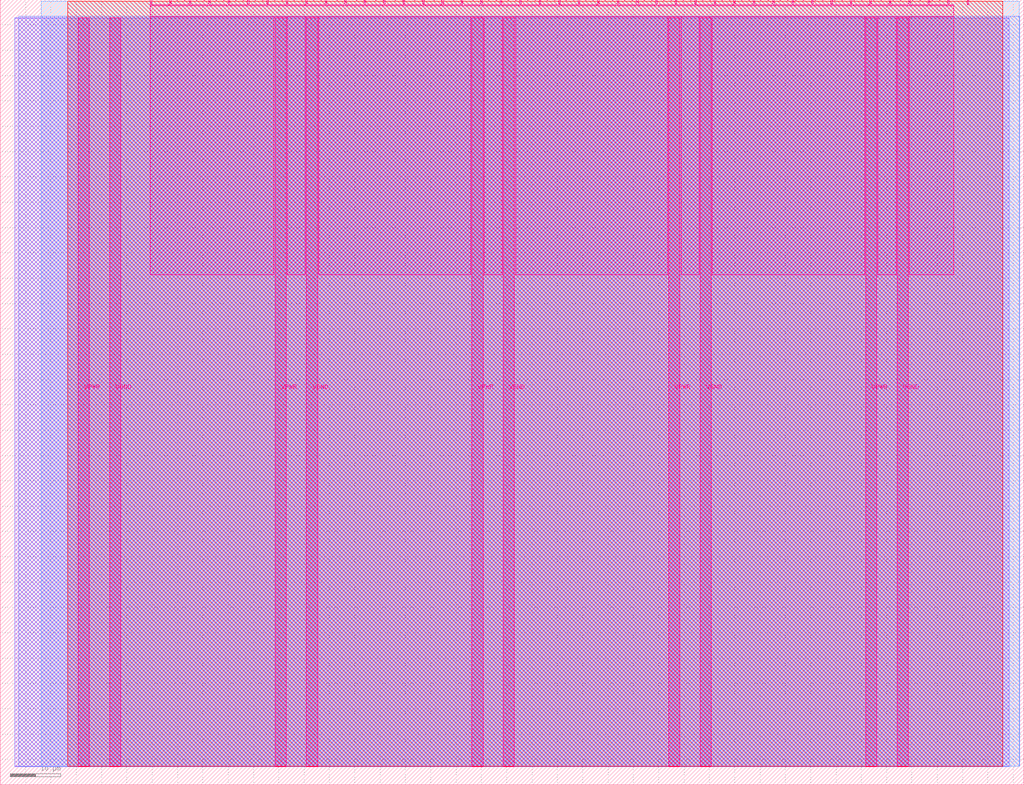
<source format=lef>
VERSION 5.7 ;
  NOWIREEXTENSIONATPIN ON ;
  DIVIDERCHAR "/" ;
  BUSBITCHARS "[]" ;
MACRO tt_um_dff_mem
  CLASS BLOCK ;
  FOREIGN tt_um_dff_mem ;
  ORIGIN 0.000 0.000 ;
  SIZE 202.080 BY 154.980 ;
  PIN VGND
    DIRECTION INOUT ;
    USE GROUND ;
    PORT
      LAYER Metal5 ;
        RECT 21.580 3.560 23.780 151.420 ;
    END
    PORT
      LAYER Metal5 ;
        RECT 60.450 3.560 62.650 151.420 ;
    END
    PORT
      LAYER Metal5 ;
        RECT 99.320 3.560 101.520 151.420 ;
    END
    PORT
      LAYER Metal5 ;
        RECT 138.190 3.560 140.390 151.420 ;
    END
    PORT
      LAYER Metal5 ;
        RECT 177.060 3.560 179.260 151.420 ;
    END
  END VGND
  PIN VPWR
    DIRECTION INOUT ;
    USE POWER ;
    PORT
      LAYER Metal5 ;
        RECT 15.380 3.560 17.580 151.420 ;
    END
    PORT
      LAYER Metal5 ;
        RECT 54.250 3.560 56.450 151.420 ;
    END
    PORT
      LAYER Metal5 ;
        RECT 93.120 3.560 95.320 151.420 ;
    END
    PORT
      LAYER Metal5 ;
        RECT 131.990 3.560 134.190 151.420 ;
    END
    PORT
      LAYER Metal5 ;
        RECT 170.860 3.560 173.060 151.420 ;
    END
  END VPWR
  PIN clk
    DIRECTION INPUT ;
    USE SIGNAL ;
    ANTENNAGATEAREA 0.213200 ;
    PORT
      LAYER Metal5 ;
        RECT 187.050 153.980 187.350 154.980 ;
    END
  END clk
  PIN ena
    DIRECTION INPUT ;
    USE SIGNAL ;
    PORT
      LAYER Metal5 ;
        RECT 190.890 153.980 191.190 154.980 ;
    END
  END ena
  PIN rst_n
    DIRECTION INPUT ;
    USE SIGNAL ;
    ANTENNAGATEAREA 0.639600 ;
    PORT
      LAYER Metal5 ;
        RECT 183.210 153.980 183.510 154.980 ;
    END
  END rst_n
  PIN ui_in[0]
    DIRECTION INPUT ;
    USE SIGNAL ;
    ANTENNAGATEAREA 0.213200 ;
    PORT
      LAYER Metal5 ;
        RECT 179.370 153.980 179.670 154.980 ;
    END
  END ui_in[0]
  PIN ui_in[1]
    DIRECTION INPUT ;
    USE SIGNAL ;
    ANTENNAGATEAREA 0.213200 ;
    PORT
      LAYER Metal5 ;
        RECT 175.530 153.980 175.830 154.980 ;
    END
  END ui_in[1]
  PIN ui_in[2]
    DIRECTION INPUT ;
    USE SIGNAL ;
    ANTENNAGATEAREA 0.180700 ;
    PORT
      LAYER Metal5 ;
        RECT 171.690 153.980 171.990 154.980 ;
    END
  END ui_in[2]
  PIN ui_in[3]
    DIRECTION INPUT ;
    USE SIGNAL ;
    ANTENNAGATEAREA 0.213200 ;
    PORT
      LAYER Metal5 ;
        RECT 167.850 153.980 168.150 154.980 ;
    END
  END ui_in[3]
  PIN ui_in[4]
    DIRECTION INPUT ;
    USE SIGNAL ;
    PORT
      LAYER Metal5 ;
        RECT 164.010 153.980 164.310 154.980 ;
    END
  END ui_in[4]
  PIN ui_in[5]
    DIRECTION INPUT ;
    USE SIGNAL ;
    PORT
      LAYER Metal5 ;
        RECT 160.170 153.980 160.470 154.980 ;
    END
  END ui_in[5]
  PIN ui_in[6]
    DIRECTION INPUT ;
    USE SIGNAL ;
    ANTENNAGATEAREA 1.445600 ;
    PORT
      LAYER Metal5 ;
        RECT 156.330 153.980 156.630 154.980 ;
    END
  END ui_in[6]
  PIN ui_in[7]
    DIRECTION INPUT ;
    USE SIGNAL ;
    ANTENNAGATEAREA 0.180700 ;
    PORT
      LAYER Metal5 ;
        RECT 152.490 153.980 152.790 154.980 ;
    END
  END ui_in[7]
  PIN uio_in[0]
    DIRECTION INPUT ;
    USE SIGNAL ;
    ANTENNAGATEAREA 0.180700 ;
    PORT
      LAYER Metal5 ;
        RECT 148.650 153.980 148.950 154.980 ;
    END
  END uio_in[0]
  PIN uio_in[1]
    DIRECTION INPUT ;
    USE SIGNAL ;
    ANTENNAGATEAREA 0.180700 ;
    PORT
      LAYER Metal5 ;
        RECT 144.810 153.980 145.110 154.980 ;
    END
  END uio_in[1]
  PIN uio_in[2]
    DIRECTION INPUT ;
    USE SIGNAL ;
    ANTENNAGATEAREA 0.213200 ;
    PORT
      LAYER Metal5 ;
        RECT 140.970 153.980 141.270 154.980 ;
    END
  END uio_in[2]
  PIN uio_in[3]
    DIRECTION INPUT ;
    USE SIGNAL ;
    ANTENNAGATEAREA 0.213200 ;
    PORT
      LAYER Metal5 ;
        RECT 137.130 153.980 137.430 154.980 ;
    END
  END uio_in[3]
  PIN uio_in[4]
    DIRECTION INPUT ;
    USE SIGNAL ;
    ANTENNAGATEAREA 0.180700 ;
    PORT
      LAYER Metal5 ;
        RECT 133.290 153.980 133.590 154.980 ;
    END
  END uio_in[4]
  PIN uio_in[5]
    DIRECTION INPUT ;
    USE SIGNAL ;
    ANTENNAGATEAREA 0.180700 ;
    PORT
      LAYER Metal5 ;
        RECT 129.450 153.980 129.750 154.980 ;
    END
  END uio_in[5]
  PIN uio_in[6]
    DIRECTION INPUT ;
    USE SIGNAL ;
    ANTENNAGATEAREA 0.180700 ;
    PORT
      LAYER Metal5 ;
        RECT 125.610 153.980 125.910 154.980 ;
    END
  END uio_in[6]
  PIN uio_in[7]
    DIRECTION INPUT ;
    USE SIGNAL ;
    ANTENNAGATEAREA 0.180700 ;
    PORT
      LAYER Metal5 ;
        RECT 121.770 153.980 122.070 154.980 ;
    END
  END uio_in[7]
  PIN uio_oe[0]
    DIRECTION OUTPUT ;
    USE SIGNAL ;
    ANTENNADIFFAREA 0.299200 ;
    PORT
      LAYER Metal5 ;
        RECT 56.490 153.980 56.790 154.980 ;
    END
  END uio_oe[0]
  PIN uio_oe[1]
    DIRECTION OUTPUT ;
    USE SIGNAL ;
    ANTENNADIFFAREA 0.299200 ;
    PORT
      LAYER Metal5 ;
        RECT 52.650 153.980 52.950 154.980 ;
    END
  END uio_oe[1]
  PIN uio_oe[2]
    DIRECTION OUTPUT ;
    USE SIGNAL ;
    ANTENNADIFFAREA 0.299200 ;
    PORT
      LAYER Metal5 ;
        RECT 48.810 153.980 49.110 154.980 ;
    END
  END uio_oe[2]
  PIN uio_oe[3]
    DIRECTION OUTPUT ;
    USE SIGNAL ;
    ANTENNADIFFAREA 0.299200 ;
    PORT
      LAYER Metal5 ;
        RECT 44.970 153.980 45.270 154.980 ;
    END
  END uio_oe[3]
  PIN uio_oe[4]
    DIRECTION OUTPUT ;
    USE SIGNAL ;
    ANTENNADIFFAREA 0.299200 ;
    PORT
      LAYER Metal5 ;
        RECT 41.130 153.980 41.430 154.980 ;
    END
  END uio_oe[4]
  PIN uio_oe[5]
    DIRECTION OUTPUT ;
    USE SIGNAL ;
    ANTENNADIFFAREA 0.299200 ;
    PORT
      LAYER Metal5 ;
        RECT 37.290 153.980 37.590 154.980 ;
    END
  END uio_oe[5]
  PIN uio_oe[6]
    DIRECTION OUTPUT ;
    USE SIGNAL ;
    ANTENNADIFFAREA 0.299200 ;
    PORT
      LAYER Metal5 ;
        RECT 33.450 153.980 33.750 154.980 ;
    END
  END uio_oe[6]
  PIN uio_oe[7]
    DIRECTION OUTPUT ;
    USE SIGNAL ;
    ANTENNADIFFAREA 0.299200 ;
    PORT
      LAYER Metal5 ;
        RECT 29.610 153.980 29.910 154.980 ;
    END
  END uio_oe[7]
  PIN uio_out[0]
    DIRECTION OUTPUT ;
    USE SIGNAL ;
    ANTENNADIFFAREA 0.299200 ;
    PORT
      LAYER Metal5 ;
        RECT 87.210 153.980 87.510 154.980 ;
    END
  END uio_out[0]
  PIN uio_out[1]
    DIRECTION OUTPUT ;
    USE SIGNAL ;
    ANTENNADIFFAREA 0.299200 ;
    PORT
      LAYER Metal5 ;
        RECT 83.370 153.980 83.670 154.980 ;
    END
  END uio_out[1]
  PIN uio_out[2]
    DIRECTION OUTPUT ;
    USE SIGNAL ;
    ANTENNADIFFAREA 0.299200 ;
    PORT
      LAYER Metal5 ;
        RECT 79.530 153.980 79.830 154.980 ;
    END
  END uio_out[2]
  PIN uio_out[3]
    DIRECTION OUTPUT ;
    USE SIGNAL ;
    ANTENNADIFFAREA 0.299200 ;
    PORT
      LAYER Metal5 ;
        RECT 75.690 153.980 75.990 154.980 ;
    END
  END uio_out[3]
  PIN uio_out[4]
    DIRECTION OUTPUT ;
    USE SIGNAL ;
    ANTENNADIFFAREA 0.299200 ;
    PORT
      LAYER Metal5 ;
        RECT 71.850 153.980 72.150 154.980 ;
    END
  END uio_out[4]
  PIN uio_out[5]
    DIRECTION OUTPUT ;
    USE SIGNAL ;
    ANTENNADIFFAREA 0.299200 ;
    PORT
      LAYER Metal5 ;
        RECT 68.010 153.980 68.310 154.980 ;
    END
  END uio_out[5]
  PIN uio_out[6]
    DIRECTION OUTPUT ;
    USE SIGNAL ;
    ANTENNADIFFAREA 0.299200 ;
    PORT
      LAYER Metal5 ;
        RECT 64.170 153.980 64.470 154.980 ;
    END
  END uio_out[6]
  PIN uio_out[7]
    DIRECTION OUTPUT ;
    USE SIGNAL ;
    ANTENNADIFFAREA 0.299200 ;
    PORT
      LAYER Metal5 ;
        RECT 60.330 153.980 60.630 154.980 ;
    END
  END uio_out[7]
  PIN uo_out[0]
    DIRECTION OUTPUT ;
    USE SIGNAL ;
    ANTENNADIFFAREA 0.706800 ;
    PORT
      LAYER Metal5 ;
        RECT 117.930 153.980 118.230 154.980 ;
    END
  END uo_out[0]
  PIN uo_out[1]
    DIRECTION OUTPUT ;
    USE SIGNAL ;
    ANTENNADIFFAREA 1.432200 ;
    PORT
      LAYER Metal5 ;
        RECT 114.090 153.980 114.390 154.980 ;
    END
  END uo_out[1]
  PIN uo_out[2]
    DIRECTION OUTPUT ;
    USE SIGNAL ;
    ANTENNADIFFAREA 1.432200 ;
    PORT
      LAYER Metal5 ;
        RECT 110.250 153.980 110.550 154.980 ;
    END
  END uo_out[2]
  PIN uo_out[3]
    DIRECTION OUTPUT ;
    USE SIGNAL ;
    ANTENNADIFFAREA 0.706800 ;
    PORT
      LAYER Metal5 ;
        RECT 106.410 153.980 106.710 154.980 ;
    END
  END uo_out[3]
  PIN uo_out[4]
    DIRECTION OUTPUT ;
    USE SIGNAL ;
    ANTENNADIFFAREA 0.706800 ;
    PORT
      LAYER Metal5 ;
        RECT 102.570 153.980 102.870 154.980 ;
    END
  END uo_out[4]
  PIN uo_out[5]
    DIRECTION OUTPUT ;
    USE SIGNAL ;
    ANTENNADIFFAREA 0.706800 ;
    PORT
      LAYER Metal5 ;
        RECT 98.730 153.980 99.030 154.980 ;
    END
  END uo_out[5]
  PIN uo_out[6]
    DIRECTION OUTPUT ;
    USE SIGNAL ;
    ANTENNADIFFAREA 0.706800 ;
    PORT
      LAYER Metal5 ;
        RECT 94.890 153.980 95.190 154.980 ;
    END
  END uo_out[6]
  PIN uo_out[7]
    DIRECTION OUTPUT ;
    USE SIGNAL ;
    ANTENNADIFFAREA 0.706800 ;
    PORT
      LAYER Metal5 ;
        RECT 91.050 153.980 91.350 154.980 ;
    END
  END uo_out[7]
  OBS
      LAYER GatPoly ;
        RECT 2.880 3.630 199.200 151.350 ;
      LAYER Metal1 ;
        RECT 2.880 3.560 199.200 151.420 ;
      LAYER Metal2 ;
        RECT 3.695 3.680 201.265 151.720 ;
      LAYER Metal3 ;
        RECT 8.060 3.635 201.220 154.705 ;
      LAYER Metal4 ;
        RECT 13.295 3.680 197.905 154.660 ;
      LAYER Metal5 ;
        RECT 30.120 153.770 33.240 153.980 ;
        RECT 33.960 153.770 37.080 153.980 ;
        RECT 37.800 153.770 40.920 153.980 ;
        RECT 41.640 153.770 44.760 153.980 ;
        RECT 45.480 153.770 48.600 153.980 ;
        RECT 49.320 153.770 52.440 153.980 ;
        RECT 53.160 153.770 56.280 153.980 ;
        RECT 57.000 153.770 60.120 153.980 ;
        RECT 60.840 153.770 63.960 153.980 ;
        RECT 64.680 153.770 67.800 153.980 ;
        RECT 68.520 153.770 71.640 153.980 ;
        RECT 72.360 153.770 75.480 153.980 ;
        RECT 76.200 153.770 79.320 153.980 ;
        RECT 80.040 153.770 83.160 153.980 ;
        RECT 83.880 153.770 87.000 153.980 ;
        RECT 87.720 153.770 90.840 153.980 ;
        RECT 91.560 153.770 94.680 153.980 ;
        RECT 95.400 153.770 98.520 153.980 ;
        RECT 99.240 153.770 102.360 153.980 ;
        RECT 103.080 153.770 106.200 153.980 ;
        RECT 106.920 153.770 110.040 153.980 ;
        RECT 110.760 153.770 113.880 153.980 ;
        RECT 114.600 153.770 117.720 153.980 ;
        RECT 118.440 153.770 121.560 153.980 ;
        RECT 122.280 153.770 125.400 153.980 ;
        RECT 126.120 153.770 129.240 153.980 ;
        RECT 129.960 153.770 133.080 153.980 ;
        RECT 133.800 153.770 136.920 153.980 ;
        RECT 137.640 153.770 140.760 153.980 ;
        RECT 141.480 153.770 144.600 153.980 ;
        RECT 145.320 153.770 148.440 153.980 ;
        RECT 149.160 153.770 152.280 153.980 ;
        RECT 153.000 153.770 156.120 153.980 ;
        RECT 156.840 153.770 159.960 153.980 ;
        RECT 160.680 153.770 163.800 153.980 ;
        RECT 164.520 153.770 167.640 153.980 ;
        RECT 168.360 153.770 171.480 153.980 ;
        RECT 172.200 153.770 175.320 153.980 ;
        RECT 176.040 153.770 179.160 153.980 ;
        RECT 179.880 153.770 183.000 153.980 ;
        RECT 183.720 153.770 186.840 153.980 ;
        RECT 187.560 153.770 188.260 153.980 ;
        RECT 29.660 151.630 188.260 153.770 ;
        RECT 29.660 100.655 54.040 151.630 ;
        RECT 56.660 100.655 60.240 151.630 ;
        RECT 62.860 100.655 92.910 151.630 ;
        RECT 95.530 100.655 99.110 151.630 ;
        RECT 101.730 100.655 131.780 151.630 ;
        RECT 134.400 100.655 137.980 151.630 ;
        RECT 140.600 100.655 170.650 151.630 ;
        RECT 173.270 100.655 176.850 151.630 ;
        RECT 179.470 100.655 188.260 151.630 ;
  END
END tt_um_dff_mem
END LIBRARY


</source>
